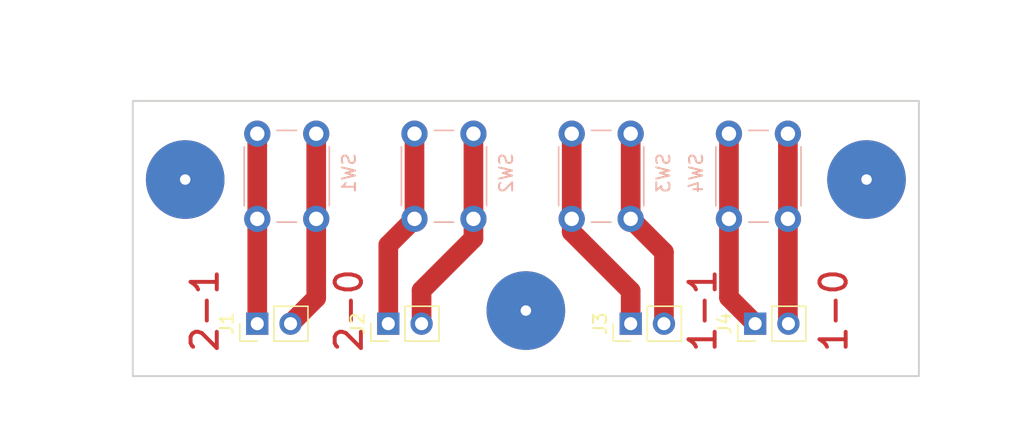
<source format=kicad_pcb>
(kicad_pcb (version 4) (host pcbnew 4.0.7)

  (general
    (links 16)
    (no_connects 0)
    (area 88.924999 69.924999 149.075001 91.075001)
    (thickness 1.6)
    (drawings 15)
    (tracks 26)
    (zones 0)
    (modules 11)
    (nets 9)
  )

  (page A4)
  (layers
    (0 F.Cu signal)
    (31 B.Cu signal)
    (32 B.Adhes user)
    (33 F.Adhes user)
    (34 B.Paste user)
    (35 F.Paste user)
    (36 B.SilkS user)
    (37 F.SilkS user)
    (38 B.Mask user)
    (39 F.Mask user)
    (40 Dwgs.User user)
    (41 Cmts.User user)
    (42 Eco1.User user)
    (43 Eco2.User user)
    (44 Edge.Cuts user)
    (45 Margin user)
    (46 B.CrtYd user)
    (47 F.CrtYd user)
    (48 B.Fab user)
    (49 F.Fab user)
  )

  (setup
    (last_trace_width 1.5)
    (trace_clearance 0.2)
    (zone_clearance 0.508)
    (zone_45_only no)
    (trace_min 0.2)
    (segment_width 0.2)
    (edge_width 0.15)
    (via_size 0.6)
    (via_drill 0.4)
    (via_min_size 0.4)
    (via_min_drill 0.3)
    (uvia_size 0.3)
    (uvia_drill 0.1)
    (uvias_allowed no)
    (uvia_min_size 0.2)
    (uvia_min_drill 0.1)
    (pcb_text_width 0.3)
    (pcb_text_size 1.5 1.5)
    (mod_edge_width 0.15)
    (mod_text_size 1 1)
    (mod_text_width 0.15)
    (pad_size 1.524 1.524)
    (pad_drill 0.762)
    (pad_to_mask_clearance 0.2)
    (aux_axis_origin 0 0)
    (visible_elements FFFFFF7F)
    (pcbplotparams
      (layerselection 0x00030_80000001)
      (usegerberextensions false)
      (excludeedgelayer true)
      (linewidth 0.100000)
      (plotframeref false)
      (viasonmask false)
      (mode 1)
      (useauxorigin false)
      (hpglpennumber 1)
      (hpglpenspeed 20)
      (hpglpendiameter 15)
      (hpglpenoverlay 2)
      (psnegative false)
      (psa4output false)
      (plotreference true)
      (plotvalue true)
      (plotinvisibletext false)
      (padsonsilk false)
      (subtractmaskfromsilk false)
      (outputformat 1)
      (mirror false)
      (drillshape 1)
      (scaleselection 1)
      (outputdirectory ""))
  )

  (net 0 "")
  (net 1 "Net-(J1-Pad2)")
  (net 2 "Net-(J1-Pad1)")
  (net 3 "Net-(J2-Pad2)")
  (net 4 "Net-(J2-Pad1)")
  (net 5 "Net-(J3-Pad2)")
  (net 6 "Net-(J3-Pad1)")
  (net 7 "Net-(J4-Pad2)")
  (net 8 "Net-(J4-Pad1)")

  (net_class Default "This is the default net class."
    (clearance 0.2)
    (trace_width 1.5)
    (via_dia 0.6)
    (via_drill 0.4)
    (uvia_dia 0.3)
    (uvia_drill 0.1)
    (add_net "Net-(J1-Pad1)")
    (add_net "Net-(J1-Pad2)")
    (add_net "Net-(J2-Pad1)")
    (add_net "Net-(J2-Pad2)")
    (add_net "Net-(J3-Pad1)")
    (add_net "Net-(J3-Pad2)")
    (add_net "Net-(J4-Pad1)")
    (add_net "Net-(J4-Pad2)")
  )

  (module my_footprints:Hole_3mm (layer F.Cu) (tedit 5A15A879) (tstamp 5A1C9411)
    (at 119 86)
    (fp_text reference REF** (at 0 3.81) (layer F.SilkS) hide
      (effects (font (size 1 1) (thickness 0.15)))
    )
    (fp_text value Hole_3mm (at 0 -5.08) (layer F.Fab) hide
      (effects (font (size 1 1) (thickness 0.15)))
    )
    (pad "" np_thru_hole circle (at 0 0) (size 6 6) (drill 0.8) (layers *.Cu *.Mask))
  )

  (module my_footprints:Hole_3mm (layer F.Cu) (tedit 5A15A879) (tstamp 5A1C940B)
    (at 145 76)
    (fp_text reference REF** (at 0 3.81) (layer F.SilkS) hide
      (effects (font (size 1 1) (thickness 0.15)))
    )
    (fp_text value Hole_3mm (at 0 -5.08) (layer F.Fab) hide
      (effects (font (size 1 1) (thickness 0.15)))
    )
    (pad "" np_thru_hole circle (at 0 0) (size 6 6) (drill 0.8) (layers *.Cu *.Mask))
  )

  (module Buttons_Switches_THT.pretty:SW_PUSH_6mm_h13mm (layer B.Cu) (tedit 5A1C6161) (tstamp 5A1C901C)
    (at 115 79 90)
    (descr "tactile push button, 6x6mm e.g. PHAP33xx series, height=13mm")
    (tags "tact sw push 6mm")
    (path /5A1C8853)
    (fp_text reference SW2 (at 3.5 2.5 90) (layer B.SilkS)
      (effects (font (size 1 1) (thickness 0.15)) (justify mirror))
    )
    (fp_text value SW_Push (at 3.75 -6.7 90) (layer B.Fab)
      (effects (font (size 1 1) (thickness 0.15)) (justify mirror))
    )
    (fp_text user %R (at 3.25 -2.25 90) (layer B.Fab)
      (effects (font (size 1 1) (thickness 0.15)) (justify mirror))
    )
    (fp_line (start 3.25 0.75) (end 6.25 0.75) (layer B.Fab) (width 0.1))
    (fp_line (start 6.25 0.75) (end 6.25 -5.25) (layer B.Fab) (width 0.1))
    (fp_line (start 6.25 -5.25) (end 0.25 -5.25) (layer B.Fab) (width 0.1))
    (fp_line (start 0.25 -5.25) (end 0.25 0.75) (layer B.Fab) (width 0.1))
    (fp_line (start 0.25 0.75) (end 3.25 0.75) (layer B.Fab) (width 0.1))
    (fp_line (start 7.75 -6) (end 8 -6) (layer B.CrtYd) (width 0.05))
    (fp_line (start 8 -6) (end 8 -5.75) (layer B.CrtYd) (width 0.05))
    (fp_line (start 7.75 1.5) (end 8 1.5) (layer B.CrtYd) (width 0.05))
    (fp_line (start 8 1.5) (end 8 1.25) (layer B.CrtYd) (width 0.05))
    (fp_line (start -1.5 1.25) (end -1.5 1.5) (layer B.CrtYd) (width 0.05))
    (fp_line (start -1.5 1.5) (end -1.25 1.5) (layer B.CrtYd) (width 0.05))
    (fp_line (start -1.5 -5.75) (end -1.5 -6) (layer B.CrtYd) (width 0.05))
    (fp_line (start -1.5 -6) (end -1.25 -6) (layer B.CrtYd) (width 0.05))
    (fp_line (start -1.25 1.5) (end 7.75 1.5) (layer B.CrtYd) (width 0.05))
    (fp_line (start -1.5 -5.75) (end -1.5 1.25) (layer B.CrtYd) (width 0.05))
    (fp_line (start 7.75 -6) (end -1.25 -6) (layer B.CrtYd) (width 0.05))
    (fp_line (start 8 1.25) (end 8 -5.75) (layer B.CrtYd) (width 0.05))
    (fp_line (start 1 -5.5) (end 5.5 -5.5) (layer B.SilkS) (width 0.12))
    (fp_line (start -0.25 -1.5) (end -0.25 -3) (layer B.SilkS) (width 0.12))
    (fp_line (start 5.5 1) (end 1 1) (layer B.SilkS) (width 0.12))
    (fp_line (start 6.75 -3) (end 6.75 -1.5) (layer B.SilkS) (width 0.12))
    (fp_circle (center 3.25 -2.25) (end 1.25 -2.5) (layer B.Fab) (width 0.1))
    (pad 2 thru_hole circle (at 0 -4.5) (size 2 2) (drill 1.1) (layers *.Cu *.Mask)
      (net 4 "Net-(J2-Pad1)"))
    (pad 1 thru_hole circle (at 0 0) (size 2 2) (drill 1.1) (layers *.Cu *.Mask)
      (net 3 "Net-(J2-Pad2)"))
    (pad 2 thru_hole circle (at 6.5 -4.5) (size 2 2) (drill 1.1) (layers *.Cu *.Mask)
      (net 4 "Net-(J2-Pad1)"))
    (pad 1 thru_hole circle (at 6.5 0) (size 2 2) (drill 1.1) (layers *.Cu *.Mask)
      (net 3 "Net-(J2-Pad2)"))
    (model ${KISYS3DMOD}/Buttons_Switches_THT.3dshapes/SW_PUSH_6mm_h13mm.wrl
      (at (xyz 0.005 0 0))
      (scale (xyz 0.3937 0.3937 0.3937))
      (rotate (xyz 0 0 0))
    )
  )

  (module Buttons_Switches_THT.pretty:SW_PUSH_6mm_h13mm (layer B.Cu) (tedit 5A1C615F) (tstamp 5A1C8FFD)
    (at 103 79 90)
    (descr "tactile push button, 6x6mm e.g. PHAP33xx series, height=13mm")
    (tags "tact sw push 6mm")
    (path /5A1C8495)
    (fp_text reference SW1 (at 3.5 2.5 90) (layer B.SilkS)
      (effects (font (size 1 1) (thickness 0.15)) (justify mirror))
    )
    (fp_text value SW_Push (at 3.75 -6.7 90) (layer B.Fab)
      (effects (font (size 1 1) (thickness 0.15)) (justify mirror))
    )
    (fp_text user %R (at 3.25 -2.25 90) (layer B.Fab)
      (effects (font (size 1 1) (thickness 0.15)) (justify mirror))
    )
    (fp_line (start 3.25 0.75) (end 6.25 0.75) (layer B.Fab) (width 0.1))
    (fp_line (start 6.25 0.75) (end 6.25 -5.25) (layer B.Fab) (width 0.1))
    (fp_line (start 6.25 -5.25) (end 0.25 -5.25) (layer B.Fab) (width 0.1))
    (fp_line (start 0.25 -5.25) (end 0.25 0.75) (layer B.Fab) (width 0.1))
    (fp_line (start 0.25 0.75) (end 3.25 0.75) (layer B.Fab) (width 0.1))
    (fp_line (start 7.75 -6) (end 8 -6) (layer B.CrtYd) (width 0.05))
    (fp_line (start 8 -6) (end 8 -5.75) (layer B.CrtYd) (width 0.05))
    (fp_line (start 7.75 1.5) (end 8 1.5) (layer B.CrtYd) (width 0.05))
    (fp_line (start 8 1.5) (end 8 1.25) (layer B.CrtYd) (width 0.05))
    (fp_line (start -1.5 1.25) (end -1.5 1.5) (layer B.CrtYd) (width 0.05))
    (fp_line (start -1.5 1.5) (end -1.25 1.5) (layer B.CrtYd) (width 0.05))
    (fp_line (start -1.5 -5.75) (end -1.5 -6) (layer B.CrtYd) (width 0.05))
    (fp_line (start -1.5 -6) (end -1.25 -6) (layer B.CrtYd) (width 0.05))
    (fp_line (start -1.25 1.5) (end 7.75 1.5) (layer B.CrtYd) (width 0.05))
    (fp_line (start -1.5 -5.75) (end -1.5 1.25) (layer B.CrtYd) (width 0.05))
    (fp_line (start 7.75 -6) (end -1.25 -6) (layer B.CrtYd) (width 0.05))
    (fp_line (start 8 1.25) (end 8 -5.75) (layer B.CrtYd) (width 0.05))
    (fp_line (start 1 -5.5) (end 5.5 -5.5) (layer B.SilkS) (width 0.12))
    (fp_line (start -0.25 -1.5) (end -0.25 -3) (layer B.SilkS) (width 0.12))
    (fp_line (start 5.5 1) (end 1 1) (layer B.SilkS) (width 0.12))
    (fp_line (start 6.75 -3) (end 6.75 -1.5) (layer B.SilkS) (width 0.12))
    (fp_circle (center 3.25 -2.25) (end 1.25 -2.5) (layer B.Fab) (width 0.1))
    (pad 2 thru_hole circle (at 0 -4.5) (size 2 2) (drill 1.1) (layers *.Cu *.Mask)
      (net 2 "Net-(J1-Pad1)"))
    (pad 1 thru_hole circle (at 0 0) (size 2 2) (drill 1.1) (layers *.Cu *.Mask)
      (net 1 "Net-(J1-Pad2)"))
    (pad 2 thru_hole circle (at 6.5 -4.5) (size 2 2) (drill 1.1) (layers *.Cu *.Mask)
      (net 2 "Net-(J1-Pad1)"))
    (pad 1 thru_hole circle (at 6.5 0) (size 2 2) (drill 1.1) (layers *.Cu *.Mask)
      (net 1 "Net-(J1-Pad2)"))
    (model ${KISYS3DMOD}/Buttons_Switches_THT.3dshapes/SW_PUSH_6mm_h13mm.wrl
      (at (xyz 0.005 0 0))
      (scale (xyz 0.3937 0.3937 0.3937))
      (rotate (xyz 0 0 0))
    )
  )

  (module Buttons_Switches_THT.pretty:SW_PUSH_6mm_h13mm (layer B.Cu) (tedit 5A1C6163) (tstamp 5A1C903B)
    (at 127 79 90)
    (descr "tactile push button, 6x6mm e.g. PHAP33xx series, height=13mm")
    (tags "tact sw push 6mm")
    (path /5A1C8B9A)
    (fp_text reference SW3 (at 3.5 2.5 90) (layer B.SilkS)
      (effects (font (size 1 1) (thickness 0.15)) (justify mirror))
    )
    (fp_text value SW_Push (at 3.75 -6.7 90) (layer B.Fab)
      (effects (font (size 1 1) (thickness 0.15)) (justify mirror))
    )
    (fp_text user %R (at 3.25 -2.25 90) (layer B.Fab)
      (effects (font (size 1 1) (thickness 0.15)) (justify mirror))
    )
    (fp_line (start 3.25 0.75) (end 6.25 0.75) (layer B.Fab) (width 0.1))
    (fp_line (start 6.25 0.75) (end 6.25 -5.25) (layer B.Fab) (width 0.1))
    (fp_line (start 6.25 -5.25) (end 0.25 -5.25) (layer B.Fab) (width 0.1))
    (fp_line (start 0.25 -5.25) (end 0.25 0.75) (layer B.Fab) (width 0.1))
    (fp_line (start 0.25 0.75) (end 3.25 0.75) (layer B.Fab) (width 0.1))
    (fp_line (start 7.75 -6) (end 8 -6) (layer B.CrtYd) (width 0.05))
    (fp_line (start 8 -6) (end 8 -5.75) (layer B.CrtYd) (width 0.05))
    (fp_line (start 7.75 1.5) (end 8 1.5) (layer B.CrtYd) (width 0.05))
    (fp_line (start 8 1.5) (end 8 1.25) (layer B.CrtYd) (width 0.05))
    (fp_line (start -1.5 1.25) (end -1.5 1.5) (layer B.CrtYd) (width 0.05))
    (fp_line (start -1.5 1.5) (end -1.25 1.5) (layer B.CrtYd) (width 0.05))
    (fp_line (start -1.5 -5.75) (end -1.5 -6) (layer B.CrtYd) (width 0.05))
    (fp_line (start -1.5 -6) (end -1.25 -6) (layer B.CrtYd) (width 0.05))
    (fp_line (start -1.25 1.5) (end 7.75 1.5) (layer B.CrtYd) (width 0.05))
    (fp_line (start -1.5 -5.75) (end -1.5 1.25) (layer B.CrtYd) (width 0.05))
    (fp_line (start 7.75 -6) (end -1.25 -6) (layer B.CrtYd) (width 0.05))
    (fp_line (start 8 1.25) (end 8 -5.75) (layer B.CrtYd) (width 0.05))
    (fp_line (start 1 -5.5) (end 5.5 -5.5) (layer B.SilkS) (width 0.12))
    (fp_line (start -0.25 -1.5) (end -0.25 -3) (layer B.SilkS) (width 0.12))
    (fp_line (start 5.5 1) (end 1 1) (layer B.SilkS) (width 0.12))
    (fp_line (start 6.75 -3) (end 6.75 -1.5) (layer B.SilkS) (width 0.12))
    (fp_circle (center 3.25 -2.25) (end 1.25 -2.5) (layer B.Fab) (width 0.1))
    (pad 2 thru_hole circle (at 0 -4.5) (size 2 2) (drill 1.1) (layers *.Cu *.Mask)
      (net 6 "Net-(J3-Pad1)"))
    (pad 1 thru_hole circle (at 0 0) (size 2 2) (drill 1.1) (layers *.Cu *.Mask)
      (net 5 "Net-(J3-Pad2)"))
    (pad 2 thru_hole circle (at 6.5 -4.5) (size 2 2) (drill 1.1) (layers *.Cu *.Mask)
      (net 6 "Net-(J3-Pad1)"))
    (pad 1 thru_hole circle (at 6.5 0) (size 2 2) (drill 1.1) (layers *.Cu *.Mask)
      (net 5 "Net-(J3-Pad2)"))
    (model ${KISYS3DMOD}/Buttons_Switches_THT.3dshapes/SW_PUSH_6mm_h13mm.wrl
      (at (xyz 0.005 0 0))
      (scale (xyz 0.3937 0.3937 0.3937))
      (rotate (xyz 0 0 0))
    )
  )

  (module Buttons_Switches_THT.pretty:SW_PUSH_6mm_h13mm (layer B.Cu) (tedit 5A1C616D) (tstamp 5A1C905A)
    (at 139 79 90)
    (descr "tactile push button, 6x6mm e.g. PHAP33xx series, height=13mm")
    (tags "tact sw push 6mm")
    (path /5A1C8BA9)
    (fp_text reference SW4 (at 3.5 -7 90) (layer B.SilkS)
      (effects (font (size 1 1) (thickness 0.15)) (justify mirror))
    )
    (fp_text value SW_Push (at 3 2 90) (layer B.Fab)
      (effects (font (size 1 1) (thickness 0.15)) (justify mirror))
    )
    (fp_text user %R (at 3.25 -2.25 90) (layer B.Fab)
      (effects (font (size 1 1) (thickness 0.15)) (justify mirror))
    )
    (fp_line (start 3.25 0.75) (end 6.25 0.75) (layer B.Fab) (width 0.1))
    (fp_line (start 6.25 0.75) (end 6.25 -5.25) (layer B.Fab) (width 0.1))
    (fp_line (start 6.25 -5.25) (end 0.25 -5.25) (layer B.Fab) (width 0.1))
    (fp_line (start 0.25 -5.25) (end 0.25 0.75) (layer B.Fab) (width 0.1))
    (fp_line (start 0.25 0.75) (end 3.25 0.75) (layer B.Fab) (width 0.1))
    (fp_line (start 7.75 -6) (end 8 -6) (layer B.CrtYd) (width 0.05))
    (fp_line (start 8 -6) (end 8 -5.75) (layer B.CrtYd) (width 0.05))
    (fp_line (start 7.75 1.5) (end 8 1.5) (layer B.CrtYd) (width 0.05))
    (fp_line (start 8 1.5) (end 8 1.25) (layer B.CrtYd) (width 0.05))
    (fp_line (start -1.5 1.25) (end -1.5 1.5) (layer B.CrtYd) (width 0.05))
    (fp_line (start -1.5 1.5) (end -1.25 1.5) (layer B.CrtYd) (width 0.05))
    (fp_line (start -1.5 -5.75) (end -1.5 -6) (layer B.CrtYd) (width 0.05))
    (fp_line (start -1.5 -6) (end -1.25 -6) (layer B.CrtYd) (width 0.05))
    (fp_line (start -1.25 1.5) (end 7.75 1.5) (layer B.CrtYd) (width 0.05))
    (fp_line (start -1.5 -5.75) (end -1.5 1.25) (layer B.CrtYd) (width 0.05))
    (fp_line (start 7.75 -6) (end -1.25 -6) (layer B.CrtYd) (width 0.05))
    (fp_line (start 8 1.25) (end 8 -5.75) (layer B.CrtYd) (width 0.05))
    (fp_line (start 1 -5.5) (end 5.5 -5.5) (layer B.SilkS) (width 0.12))
    (fp_line (start -0.25 -1.5) (end -0.25 -3) (layer B.SilkS) (width 0.12))
    (fp_line (start 5.5 1) (end 1 1) (layer B.SilkS) (width 0.12))
    (fp_line (start 6.75 -3) (end 6.75 -1.5) (layer B.SilkS) (width 0.12))
    (fp_circle (center 3.25 -2.25) (end 1.25 -2.5) (layer B.Fab) (width 0.1))
    (pad 2 thru_hole circle (at 0 -4.5) (size 2 2) (drill 1.1) (layers *.Cu *.Mask)
      (net 8 "Net-(J4-Pad1)"))
    (pad 1 thru_hole circle (at 0 0) (size 2 2) (drill 1.1) (layers *.Cu *.Mask)
      (net 7 "Net-(J4-Pad2)"))
    (pad 2 thru_hole circle (at 6.5 -4.5) (size 2 2) (drill 1.1) (layers *.Cu *.Mask)
      (net 8 "Net-(J4-Pad1)"))
    (pad 1 thru_hole circle (at 6.5 0) (size 2 2) (drill 1.1) (layers *.Cu *.Mask)
      (net 7 "Net-(J4-Pad2)"))
    (model ${KISYS3DMOD}/Buttons_Switches_THT.3dshapes/SW_PUSH_6mm_h13mm.wrl
      (at (xyz 0.005 0 0))
      (scale (xyz 0.3937 0.3937 0.3937))
      (rotate (xyz 0 0 0))
    )
  )

  (module my_footprints:Hole_3mm (layer F.Cu) (tedit 5A15A879) (tstamp 5A1C9400)
    (at 93 76)
    (fp_text reference REF** (at 0 3.81) (layer F.SilkS) hide
      (effects (font (size 1 1) (thickness 0.15)))
    )
    (fp_text value Hole_3mm (at 0 -5.08) (layer F.Fab) hide
      (effects (font (size 1 1) (thickness 0.15)))
    )
    (pad "" np_thru_hole circle (at 0 0) (size 6 6) (drill 0.8) (layers *.Cu *.Mask))
  )

  (module Pin_Headers.pretty:Pin_Header_Straight_1x02_Pitch2.54mm (layer F.Cu) (tedit 59650532) (tstamp 5A71809C)
    (at 98.5 87 90)
    (descr "Through hole straight pin header, 1x02, 2.54mm pitch, single row")
    (tags "Through hole pin header THT 1x02 2.54mm single row")
    (path /5A1C86CD)
    (fp_text reference J1 (at 0 -2.33 90) (layer F.SilkS)
      (effects (font (size 1 1) (thickness 0.15)))
    )
    (fp_text value Conn_01x02 (at 0 4.87 90) (layer F.Fab)
      (effects (font (size 1 1) (thickness 0.15)))
    )
    (fp_line (start -0.635 -1.27) (end 1.27 -1.27) (layer F.Fab) (width 0.1))
    (fp_line (start 1.27 -1.27) (end 1.27 3.81) (layer F.Fab) (width 0.1))
    (fp_line (start 1.27 3.81) (end -1.27 3.81) (layer F.Fab) (width 0.1))
    (fp_line (start -1.27 3.81) (end -1.27 -0.635) (layer F.Fab) (width 0.1))
    (fp_line (start -1.27 -0.635) (end -0.635 -1.27) (layer F.Fab) (width 0.1))
    (fp_line (start -1.33 3.87) (end 1.33 3.87) (layer F.SilkS) (width 0.12))
    (fp_line (start -1.33 1.27) (end -1.33 3.87) (layer F.SilkS) (width 0.12))
    (fp_line (start 1.33 1.27) (end 1.33 3.87) (layer F.SilkS) (width 0.12))
    (fp_line (start -1.33 1.27) (end 1.33 1.27) (layer F.SilkS) (width 0.12))
    (fp_line (start -1.33 0) (end -1.33 -1.33) (layer F.SilkS) (width 0.12))
    (fp_line (start -1.33 -1.33) (end 0 -1.33) (layer F.SilkS) (width 0.12))
    (fp_line (start -1.8 -1.8) (end -1.8 4.35) (layer F.CrtYd) (width 0.05))
    (fp_line (start -1.8 4.35) (end 1.8 4.35) (layer F.CrtYd) (width 0.05))
    (fp_line (start 1.8 4.35) (end 1.8 -1.8) (layer F.CrtYd) (width 0.05))
    (fp_line (start 1.8 -1.8) (end -1.8 -1.8) (layer F.CrtYd) (width 0.05))
    (fp_text user %R (at 0 1.27 180) (layer F.Fab)
      (effects (font (size 1 1) (thickness 0.15)))
    )
    (pad 1 thru_hole rect (at 0 0 90) (size 1.7 1.7) (drill 1) (layers *.Cu *.Mask)
      (net 2 "Net-(J1-Pad1)"))
    (pad 2 thru_hole oval (at 0 2.54 90) (size 1.7 1.7) (drill 1) (layers *.Cu *.Mask)
      (net 1 "Net-(J1-Pad2)"))
    (model ${KISYS3DMOD}/Pin_Headers.3dshapes/Pin_Header_Straight_1x02_Pitch2.54mm.wrl
      (at (xyz 0 0 0))
      (scale (xyz 1 1 1))
      (rotate (xyz 0 0 0))
    )
  )

  (module Pin_Headers.pretty:Pin_Header_Straight_1x02_Pitch2.54mm (layer F.Cu) (tedit 59650532) (tstamp 5A7180B1)
    (at 108.5 87 90)
    (descr "Through hole straight pin header, 1x02, 2.54mm pitch, single row")
    (tags "Through hole pin header THT 1x02 2.54mm single row")
    (path /5A1C8859)
    (fp_text reference J2 (at 0 -2.33 90) (layer F.SilkS)
      (effects (font (size 1 1) (thickness 0.15)))
    )
    (fp_text value Conn_01x02 (at 0 4.87 90) (layer F.Fab)
      (effects (font (size 1 1) (thickness 0.15)))
    )
    (fp_line (start -0.635 -1.27) (end 1.27 -1.27) (layer F.Fab) (width 0.1))
    (fp_line (start 1.27 -1.27) (end 1.27 3.81) (layer F.Fab) (width 0.1))
    (fp_line (start 1.27 3.81) (end -1.27 3.81) (layer F.Fab) (width 0.1))
    (fp_line (start -1.27 3.81) (end -1.27 -0.635) (layer F.Fab) (width 0.1))
    (fp_line (start -1.27 -0.635) (end -0.635 -1.27) (layer F.Fab) (width 0.1))
    (fp_line (start -1.33 3.87) (end 1.33 3.87) (layer F.SilkS) (width 0.12))
    (fp_line (start -1.33 1.27) (end -1.33 3.87) (layer F.SilkS) (width 0.12))
    (fp_line (start 1.33 1.27) (end 1.33 3.87) (layer F.SilkS) (width 0.12))
    (fp_line (start -1.33 1.27) (end 1.33 1.27) (layer F.SilkS) (width 0.12))
    (fp_line (start -1.33 0) (end -1.33 -1.33) (layer F.SilkS) (width 0.12))
    (fp_line (start -1.33 -1.33) (end 0 -1.33) (layer F.SilkS) (width 0.12))
    (fp_line (start -1.8 -1.8) (end -1.8 4.35) (layer F.CrtYd) (width 0.05))
    (fp_line (start -1.8 4.35) (end 1.8 4.35) (layer F.CrtYd) (width 0.05))
    (fp_line (start 1.8 4.35) (end 1.8 -1.8) (layer F.CrtYd) (width 0.05))
    (fp_line (start 1.8 -1.8) (end -1.8 -1.8) (layer F.CrtYd) (width 0.05))
    (fp_text user %R (at 0 1.27 180) (layer F.Fab)
      (effects (font (size 1 1) (thickness 0.15)))
    )
    (pad 1 thru_hole rect (at 0 0 90) (size 1.7 1.7) (drill 1) (layers *.Cu *.Mask)
      (net 4 "Net-(J2-Pad1)"))
    (pad 2 thru_hole oval (at 0 2.54 90) (size 1.7 1.7) (drill 1) (layers *.Cu *.Mask)
      (net 3 "Net-(J2-Pad2)"))
    (model ${KISYS3DMOD}/Pin_Headers.3dshapes/Pin_Header_Straight_1x02_Pitch2.54mm.wrl
      (at (xyz 0 0 0))
      (scale (xyz 1 1 1))
      (rotate (xyz 0 0 0))
    )
  )

  (module Pin_Headers.pretty:Pin_Header_Straight_1x02_Pitch2.54mm (layer F.Cu) (tedit 59650532) (tstamp 5A7180C6)
    (at 127 87 90)
    (descr "Through hole straight pin header, 1x02, 2.54mm pitch, single row")
    (tags "Through hole pin header THT 1x02 2.54mm single row")
    (path /5A1C8BA0)
    (fp_text reference J3 (at 0 -2.33 90) (layer F.SilkS)
      (effects (font (size 1 1) (thickness 0.15)))
    )
    (fp_text value Conn_01x02 (at 0 4.87 90) (layer F.Fab)
      (effects (font (size 1 1) (thickness 0.15)))
    )
    (fp_line (start -0.635 -1.27) (end 1.27 -1.27) (layer F.Fab) (width 0.1))
    (fp_line (start 1.27 -1.27) (end 1.27 3.81) (layer F.Fab) (width 0.1))
    (fp_line (start 1.27 3.81) (end -1.27 3.81) (layer F.Fab) (width 0.1))
    (fp_line (start -1.27 3.81) (end -1.27 -0.635) (layer F.Fab) (width 0.1))
    (fp_line (start -1.27 -0.635) (end -0.635 -1.27) (layer F.Fab) (width 0.1))
    (fp_line (start -1.33 3.87) (end 1.33 3.87) (layer F.SilkS) (width 0.12))
    (fp_line (start -1.33 1.27) (end -1.33 3.87) (layer F.SilkS) (width 0.12))
    (fp_line (start 1.33 1.27) (end 1.33 3.87) (layer F.SilkS) (width 0.12))
    (fp_line (start -1.33 1.27) (end 1.33 1.27) (layer F.SilkS) (width 0.12))
    (fp_line (start -1.33 0) (end -1.33 -1.33) (layer F.SilkS) (width 0.12))
    (fp_line (start -1.33 -1.33) (end 0 -1.33) (layer F.SilkS) (width 0.12))
    (fp_line (start -1.8 -1.8) (end -1.8 4.35) (layer F.CrtYd) (width 0.05))
    (fp_line (start -1.8 4.35) (end 1.8 4.35) (layer F.CrtYd) (width 0.05))
    (fp_line (start 1.8 4.35) (end 1.8 -1.8) (layer F.CrtYd) (width 0.05))
    (fp_line (start 1.8 -1.8) (end -1.8 -1.8) (layer F.CrtYd) (width 0.05))
    (fp_text user %R (at 0 1.27 180) (layer F.Fab)
      (effects (font (size 1 1) (thickness 0.15)))
    )
    (pad 1 thru_hole rect (at 0 0 90) (size 1.7 1.7) (drill 1) (layers *.Cu *.Mask)
      (net 6 "Net-(J3-Pad1)"))
    (pad 2 thru_hole oval (at 0 2.54 90) (size 1.7 1.7) (drill 1) (layers *.Cu *.Mask)
      (net 5 "Net-(J3-Pad2)"))
    (model ${KISYS3DMOD}/Pin_Headers.3dshapes/Pin_Header_Straight_1x02_Pitch2.54mm.wrl
      (at (xyz 0 0 0))
      (scale (xyz 1 1 1))
      (rotate (xyz 0 0 0))
    )
  )

  (module Pin_Headers.pretty:Pin_Header_Straight_1x02_Pitch2.54mm (layer F.Cu) (tedit 59650532) (tstamp 5A7180DB)
    (at 136.5 87 90)
    (descr "Through hole straight pin header, 1x02, 2.54mm pitch, single row")
    (tags "Through hole pin header THT 1x02 2.54mm single row")
    (path /5A1C8BAF)
    (fp_text reference J4 (at 0 -2.33 90) (layer F.SilkS)
      (effects (font (size 1 1) (thickness 0.15)))
    )
    (fp_text value Conn_01x02 (at 0 4.87 90) (layer F.Fab)
      (effects (font (size 1 1) (thickness 0.15)))
    )
    (fp_line (start -0.635 -1.27) (end 1.27 -1.27) (layer F.Fab) (width 0.1))
    (fp_line (start 1.27 -1.27) (end 1.27 3.81) (layer F.Fab) (width 0.1))
    (fp_line (start 1.27 3.81) (end -1.27 3.81) (layer F.Fab) (width 0.1))
    (fp_line (start -1.27 3.81) (end -1.27 -0.635) (layer F.Fab) (width 0.1))
    (fp_line (start -1.27 -0.635) (end -0.635 -1.27) (layer F.Fab) (width 0.1))
    (fp_line (start -1.33 3.87) (end 1.33 3.87) (layer F.SilkS) (width 0.12))
    (fp_line (start -1.33 1.27) (end -1.33 3.87) (layer F.SilkS) (width 0.12))
    (fp_line (start 1.33 1.27) (end 1.33 3.87) (layer F.SilkS) (width 0.12))
    (fp_line (start -1.33 1.27) (end 1.33 1.27) (layer F.SilkS) (width 0.12))
    (fp_line (start -1.33 0) (end -1.33 -1.33) (layer F.SilkS) (width 0.12))
    (fp_line (start -1.33 -1.33) (end 0 -1.33) (layer F.SilkS) (width 0.12))
    (fp_line (start -1.8 -1.8) (end -1.8 4.35) (layer F.CrtYd) (width 0.05))
    (fp_line (start -1.8 4.35) (end 1.8 4.35) (layer F.CrtYd) (width 0.05))
    (fp_line (start 1.8 4.35) (end 1.8 -1.8) (layer F.CrtYd) (width 0.05))
    (fp_line (start 1.8 -1.8) (end -1.8 -1.8) (layer F.CrtYd) (width 0.05))
    (fp_text user %R (at 0 1.27 180) (layer F.Fab)
      (effects (font (size 1 1) (thickness 0.15)))
    )
    (pad 1 thru_hole rect (at 0 0 90) (size 1.7 1.7) (drill 1) (layers *.Cu *.Mask)
      (net 8 "Net-(J4-Pad1)"))
    (pad 2 thru_hole oval (at 0 2.54 90) (size 1.7 1.7) (drill 1) (layers *.Cu *.Mask)
      (net 7 "Net-(J4-Pad2)"))
    (model ${KISYS3DMOD}/Pin_Headers.3dshapes/Pin_Header_Straight_1x02_Pitch2.54mm.wrl
      (at (xyz 0 0 0))
      (scale (xyz 1 1 1))
      (rotate (xyz 0 0 0))
    )
  )

  (gr_text 1-1 (at 132.5 86 90) (layer F.Cu)
    (effects (font (size 2 2) (thickness 0.3)))
  )
  (gr_text 1-0 (at 142.5 86 90) (layer F.Cu)
    (effects (font (size 2 2) (thickness 0.3)))
  )
  (gr_text 2-0 (at 105.5 86 90) (layer F.Cu)
    (effects (font (size 2 2) (thickness 0.3)))
  )
  (gr_text 2-1 (at 94.5 86 90) (layer F.Cu)
    (effects (font (size 2 2) (thickness 0.3)))
  )
  (dimension 10 (width 0.3) (layer Dwgs.User)
    (gr_text "10.000 mm" (at 154.35 81 270) (layer Dwgs.User)
      (effects (font (size 1.5 1.5) (thickness 0.3)))
    )
    (feature1 (pts (xy 119 86) (xy 155.7 86)))
    (feature2 (pts (xy 119 76) (xy 155.7 76)))
    (crossbar (pts (xy 153 76) (xy 153 86)))
    (arrow1a (pts (xy 153 86) (xy 152.413579 84.873496)))
    (arrow1b (pts (xy 153 86) (xy 153.586421 84.873496)))
    (arrow2a (pts (xy 153 76) (xy 152.413579 77.126504)))
    (arrow2b (pts (xy 153 76) (xy 153.586421 77.126504)))
  )
  (dimension 52 (width 0.3) (layer Dwgs.User)
    (gr_text "52.000 mm" (at 119 64.15) (layer Dwgs.User)
      (effects (font (size 1.5 1.5) (thickness 0.3)))
    )
    (feature1 (pts (xy 145 76) (xy 145 62.8)))
    (feature2 (pts (xy 93 76) (xy 93 62.8)))
    (crossbar (pts (xy 93 65.5) (xy 145 65.5)))
    (arrow1a (pts (xy 145 65.5) (xy 143.873496 66.086421)))
    (arrow1b (pts (xy 145 65.5) (xy 143.873496 64.913579)))
    (arrow2a (pts (xy 93 65.5) (xy 94.126504 66.086421)))
    (arrow2b (pts (xy 93 65.5) (xy 94.126504 64.913579)))
  )
  (dimension 21 (width 0.3) (layer Dwgs.User)
    (gr_text "21.000 mm" (at 85.15 80.5 90) (layer Dwgs.User)
      (effects (font (size 1.5 1.5) (thickness 0.3)))
    )
    (feature1 (pts (xy 89 70) (xy 83.8 70)))
    (feature2 (pts (xy 89 91) (xy 83.8 91)))
    (crossbar (pts (xy 86.5 91) (xy 86.5 70)))
    (arrow1a (pts (xy 86.5 70) (xy 87.086421 71.126504)))
    (arrow1b (pts (xy 86.5 70) (xy 85.913579 71.126504)))
    (arrow2a (pts (xy 86.5 91) (xy 87.086421 89.873496)))
    (arrow2b (pts (xy 86.5 91) (xy 85.913579 89.873496)))
  )
  (dimension 60 (width 0.3) (layer Dwgs.User)
    (gr_text "60.000 mm" (at 119 96.349999) (layer Dwgs.User)
      (effects (font (size 1.5 1.5) (thickness 0.3)))
    )
    (feature1 (pts (xy 149 91) (xy 149 97.699999)))
    (feature2 (pts (xy 89 91) (xy 89 97.699999)))
    (crossbar (pts (xy 89 94.999999) (xy 149 94.999999)))
    (arrow1a (pts (xy 149 94.999999) (xy 147.873496 95.58642)))
    (arrow1b (pts (xy 149 94.999999) (xy 147.873496 94.413578)))
    (arrow2a (pts (xy 89 94.999999) (xy 90.126504 95.58642)))
    (arrow2b (pts (xy 89 94.999999) (xy 90.126504 94.413578)))
  )
  (gr_line (start 89 91) (end 89 70) (angle 90) (layer Edge.Cuts) (width 0.15))
  (gr_line (start 149 91) (end 89 91) (angle 90) (layer Edge.Cuts) (width 0.15))
  (gr_line (start 149 70) (end 149 91) (angle 90) (layer Edge.Cuts) (width 0.15))
  (gr_line (start 89 70) (end 149 70) (angle 90) (layer Edge.Cuts) (width 0.15))
  (gr_line (start 89 91) (end 89 70) (angle 90) (layer Margin) (width 0.2))
  (gr_line (start 149 91) (end 89 91) (angle 90) (layer Margin) (width 0.2))
  (gr_line (start 89 70) (end 149 70) (angle 90) (layer Margin) (width 0.2))

  (segment (start 103 79) (end 103 85.04) (width 1.5) (layer F.Cu) (net 1) (status 400000))
  (segment (start 103 85.04) (end 101.04 87) (width 1.5) (layer F.Cu) (net 1) (tstamp 5A718153) (status 800000))
  (segment (start 103 72.5) (end 103 79) (width 1.5) (layer F.Cu) (net 1))
  (segment (start 98.5 87) (end 98.5 79) (width 1.5) (layer F.Cu) (net 2) (status C00000))
  (segment (start 98.5 72.5) (end 98.5 79) (width 1.5) (layer F.Cu) (net 2))
  (segment (start 111.04 87) (end 111.04 84.46) (width 1.5) (layer F.Cu) (net 3) (status 400000))
  (segment (start 115 80.5) (end 115 79) (width 1.5) (layer F.Cu) (net 3) (tstamp 5A71815A) (status 800000))
  (segment (start 111.04 84.46) (end 115 80.5) (width 1.5) (layer F.Cu) (net 3) (tstamp 5A718159))
  (segment (start 115 72.5) (end 115 79) (width 1.5) (layer F.Cu) (net 3))
  (segment (start 108.5 87) (end 108.5 81) (width 1.5) (layer F.Cu) (net 4) (status 400000))
  (segment (start 108.5 81) (end 110.5 79) (width 1.5) (layer F.Cu) (net 4) (tstamp 5A718156) (status 800000))
  (segment (start 110.5 79) (end 110 79) (width 0.5) (layer F.Cu) (net 4))
  (segment (start 110.5 72.5) (end 110.5 79) (width 1.5) (layer F.Cu) (net 4))
  (segment (start 129.54 87) (end 129.54 81.54) (width 1.5) (layer F.Cu) (net 5) (status 400000))
  (segment (start 129.54 81.54) (end 127 79) (width 1.5) (layer F.Cu) (net 5) (tstamp 5A718163) (status 800000))
  (segment (start 127 72.5) (end 127 79) (width 1.5) (layer F.Cu) (net 5))
  (segment (start 127 87) (end 127 84.5) (width 1.5) (layer F.Cu) (net 6) (status 400000))
  (segment (start 127 84.5) (end 122.5 80) (width 1.5) (layer F.Cu) (net 6) (tstamp 5A71815E) (status 800000))
  (segment (start 122.5 80) (end 122.5 79) (width 1.5) (layer F.Cu) (net 6) (tstamp 5A71815F) (status C00000))
  (segment (start 122.5 72.5) (end 122.5 79) (width 1.5) (layer F.Cu) (net 6))
  (segment (start 139 79) (end 139 86.96) (width 1.5) (layer F.Cu) (net 7) (status C00000))
  (segment (start 139 86.96) (end 139.04 87) (width 1.5) (layer F.Cu) (net 7) (tstamp 5A718166) (status C00000))
  (segment (start 139 72.5) (end 139 79) (width 1.5) (layer F.Cu) (net 7))
  (segment (start 134.5 79) (end 134.5 85) (width 1.5) (layer F.Cu) (net 8) (status 400000))
  (segment (start 134.5 85) (end 136.5 87) (width 1.5) (layer F.Cu) (net 8) (tstamp 5A718169) (status 800000))
  (segment (start 134.5 72.5) (end 134.5 79) (width 1.5) (layer F.Cu) (net 8))

)

</source>
